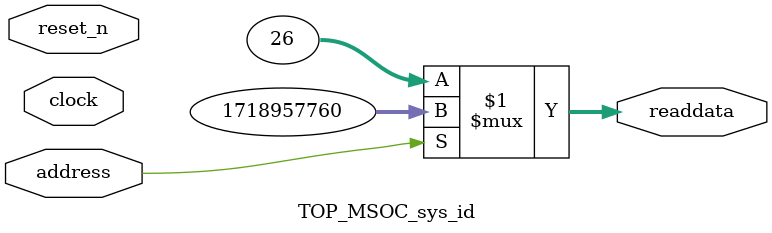
<source format=v>



// synthesis translate_off
`timescale 1ns / 1ps
// synthesis translate_on

// turn off superfluous verilog processor warnings 
// altera message_level Level1 
// altera message_off 10034 10035 10036 10037 10230 10240 10030 

module TOP_MSOC_sys_id (
               // inputs:
                address,
                clock,
                reset_n,

               // outputs:
                readdata
             )
;

  output  [ 31: 0] readdata;
  input            address;
  input            clock;
  input            reset_n;

  wire    [ 31: 0] readdata;
  //control_slave, which is an e_avalon_slave
  assign readdata = address ? 1718957760 : 26;

endmodule



</source>
